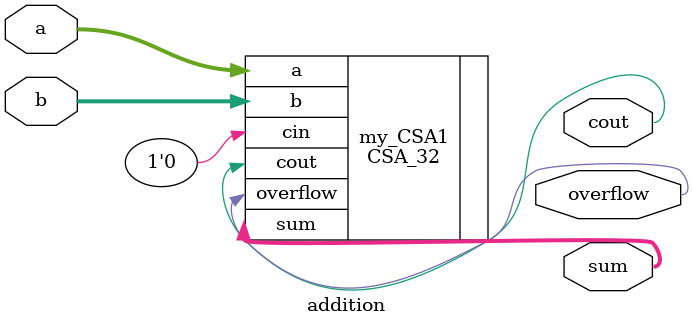
<source format=v>
/* This is simple addition module for the 32-bit addition/substraction circuit. It performs adding based on the cin signal 
which is 0 in this case for addition. It is then passed to the 32 bit CSA module to perfrm the necessary calculations.
*/

module addition(a, b, sum, cout, overflow);

	input [31:0] a, b;
   output [31:0] sum;
   output cout, overflow;
	
	wire w1, w2, w3;
  

   CSA_32 my_CSA1(.a(a[31:0]), .b(b[31:0]), .cin(1'b0), .sum(sum[31:0]), .cout(cout), .overflow(overflow));
	

endmodule

	
	
</source>
